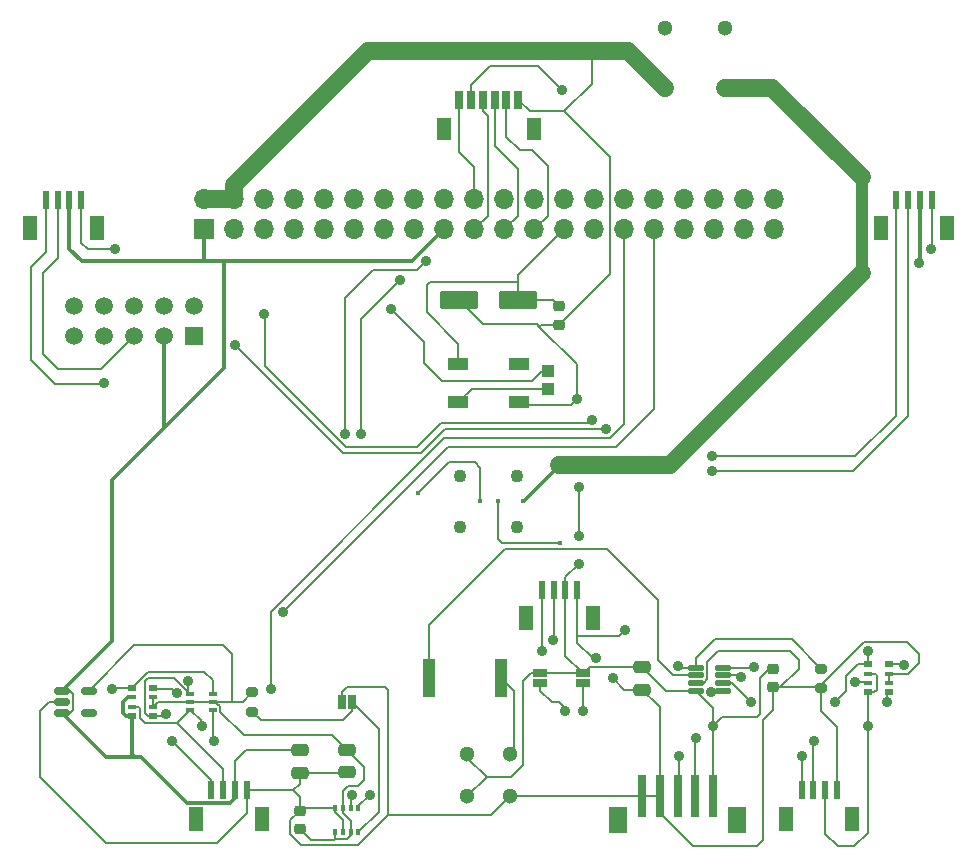
<source format=gbr>
%TF.GenerationSoftware,KiCad,Pcbnew,9.0.2*%
%TF.CreationDate,2025-09-25T16:22:03-05:00*%
%TF.ProjectId,dreamV1_0,64726561-6d56-4315-9f30-2e6b69636164,1*%
%TF.SameCoordinates,Original*%
%TF.FileFunction,Copper,L1,Top*%
%TF.FilePolarity,Positive*%
%FSLAX46Y46*%
G04 Gerber Fmt 4.6, Leading zero omitted, Abs format (unit mm)*
G04 Created by KiCad (PCBNEW 9.0.2) date 2025-09-25 16:22:03*
%MOMM*%
%LPD*%
G01*
G04 APERTURE LIST*
G04 Aperture macros list*
%AMRoundRect*
0 Rectangle with rounded corners*
0 $1 Rounding radius*
0 $2 $3 $4 $5 $6 $7 $8 $9 X,Y pos of 4 corners*
0 Add a 4 corners polygon primitive as box body*
4,1,4,$2,$3,$4,$5,$6,$7,$8,$9,$2,$3,0*
0 Add four circle primitives for the rounded corners*
1,1,$1+$1,$2,$3*
1,1,$1+$1,$4,$5*
1,1,$1+$1,$6,$7*
1,1,$1+$1,$8,$9*
0 Add four rect primitives between the rounded corners*
20,1,$1+$1,$2,$3,$4,$5,0*
20,1,$1+$1,$4,$5,$6,$7,0*
20,1,$1+$1,$6,$7,$8,$9,0*
20,1,$1+$1,$8,$9,$2,$3,0*%
G04 Aperture macros list end*
%TA.AperFunction,Conductor*%
%ADD10C,0.300000*%
%TD*%
%TA.AperFunction,SMDPad,CuDef*%
%ADD11R,0.700000X3.600000*%
%TD*%
%TA.AperFunction,SMDPad,CuDef*%
%ADD12R,1.500000X2.300000*%
%TD*%
%TA.AperFunction,SMDPad,CuDef*%
%ADD13R,1.270000X0.635000*%
%TD*%
%TA.AperFunction,SMDPad,CuDef*%
%ADD14RoundRect,0.150000X-0.512500X-0.150000X0.512500X-0.150000X0.512500X0.150000X-0.512500X0.150000X0*%
%TD*%
%TA.AperFunction,SMDPad,CuDef*%
%ADD15R,0.350000X0.500000*%
%TD*%
%TA.AperFunction,SMDPad,CuDef*%
%ADD16RoundRect,0.225000X0.250000X-0.225000X0.250000X0.225000X-0.250000X0.225000X-0.250000X-0.225000X0*%
%TD*%
%TA.AperFunction,SMDPad,CuDef*%
%ADD17R,0.600000X1.550000*%
%TD*%
%TA.AperFunction,SMDPad,CuDef*%
%ADD18R,1.200000X2.000000*%
%TD*%
%TA.AperFunction,SMDPad,CuDef*%
%ADD19RoundRect,0.200000X0.275000X-0.200000X0.275000X0.200000X-0.275000X0.200000X-0.275000X-0.200000X0*%
%TD*%
%TA.AperFunction,SMDPad,CuDef*%
%ADD20R,0.660400X1.549400*%
%TD*%
%TA.AperFunction,SMDPad,CuDef*%
%ADD21R,1.193800X1.854200*%
%TD*%
%TA.AperFunction,SMDPad,CuDef*%
%ADD22RoundRect,0.250000X-0.475000X0.250000X-0.475000X-0.250000X0.475000X-0.250000X0.475000X0.250000X0*%
%TD*%
%TA.AperFunction,SMDPad,CuDef*%
%ADD23RoundRect,0.100000X-0.225000X-0.100000X0.225000X-0.100000X0.225000X0.100000X-0.225000X0.100000X0*%
%TD*%
%TA.AperFunction,SMDPad,CuDef*%
%ADD24RoundRect,0.125000X-0.537500X-0.125000X0.537500X-0.125000X0.537500X0.125000X-0.537500X0.125000X0*%
%TD*%
%TA.AperFunction,SMDPad,CuDef*%
%ADD25R,0.800000X0.500000*%
%TD*%
%TA.AperFunction,SMDPad,CuDef*%
%ADD26R,0.800000X0.400000*%
%TD*%
%TA.AperFunction,ComponentPad*%
%ADD27R,1.508000X1.508000*%
%TD*%
%TA.AperFunction,ComponentPad*%
%ADD28C,1.508000*%
%TD*%
%TA.AperFunction,ComponentPad*%
%ADD29C,1.300000*%
%TD*%
%TA.AperFunction,SMDPad,CuDef*%
%ADD30R,0.635000X1.270000*%
%TD*%
%TA.AperFunction,SMDPad,CuDef*%
%ADD31R,1.651000X1.000000*%
%TD*%
%TA.AperFunction,SMDPad,CuDef*%
%ADD32R,1.020000X1.040000*%
%TD*%
%TA.AperFunction,SMDPad,CuDef*%
%ADD33R,1.070000X3.270000*%
%TD*%
%TA.AperFunction,SMDPad,CuDef*%
%ADD34RoundRect,0.225000X-0.250000X0.225000X-0.250000X-0.225000X0.250000X-0.225000X0.250000X0.225000X0*%
%TD*%
%TA.AperFunction,SMDPad,CuDef*%
%ADD35RoundRect,0.197500X-1.402500X-0.592500X1.402500X-0.592500X1.402500X0.592500X-1.402500X0.592500X0*%
%TD*%
%TA.AperFunction,ComponentPad*%
%ADD36R,1.700000X1.700000*%
%TD*%
%TA.AperFunction,ComponentPad*%
%ADD37O,1.700000X1.700000*%
%TD*%
%TA.AperFunction,ComponentPad*%
%ADD38C,1.100000*%
%TD*%
%TA.AperFunction,ViaPad*%
%ADD39C,0.900000*%
%TD*%
%TA.AperFunction,ViaPad*%
%ADD40C,0.400000*%
%TD*%
%TA.AperFunction,Conductor*%
%ADD41C,0.200000*%
%TD*%
%TA.AperFunction,Conductor*%
%ADD42C,0.150000*%
%TD*%
%TA.AperFunction,Conductor*%
%ADD43C,1.500000*%
%TD*%
%TA.AperFunction,Conductor*%
%ADD44C,1.000000*%
%TD*%
%TA.AperFunction,Conductor*%
%ADD45C,0.250000*%
%TD*%
G04 APERTURE END LIST*
D10*
%TO.N,+3V3*%
X-37465000Y13843000D02*
X-37465000Y6223000D01*
%TD*%
D11*
%TO.P,J3,1*%
%TO.N,+5V*%
X9000000Y-24950000D03*
%TO.P,J3,2*%
%TO.N,/GPIO27{slash}SDA3*%
X7500000Y-24950000D03*
%TO.P,J3,3*%
%TO.N,/GPIO22{slash}SCL3*%
X6000000Y-24950000D03*
%TO.P,J3,4*%
%TO.N,GND*%
X4500000Y-24950000D03*
%TO.P,J3,5*%
X3000000Y-24950000D03*
D12*
%TO.P,J3,Z1*%
%TO.N,N/C*%
X11050000Y-27000000D03*
%TO.P,J3,Z2*%
X950000Y-27000000D03*
%TD*%
D13*
%TO.P,JP3,1,A*%
%TO.N,/INA_ADD1*%
X-2000000Y-15406400D03*
%TO.P,JP3,2,B*%
%TO.N,+5V*%
X-2000000Y-14593600D03*
%TD*%
D14*
%TO.P,U1,1,VIN*%
%TO.N,+3V3*%
X-46137500Y-16050000D03*
%TO.P,U1,2,GND*%
%TO.N,GND*%
X-46137500Y-17000000D03*
%TO.P,U1,3,EN*%
%TO.N,+3V3*%
X-46137500Y-17950000D03*
%TO.P,U1,4,NC*%
%TO.N,unconnected-(U1-NC-Pad4)*%
X-43862500Y-17950000D03*
%TO.P,U1,5,VOUT*%
%TO.N,BME_3V3*%
X-43862500Y-16050000D03*
%TD*%
D15*
%TO.P,U2,1,GND*%
%TO.N,GND*%
X-22975000Y-25975000D03*
%TO.P,U2,2,CSB*%
%TO.N,BME_3V3*%
X-22325000Y-25975000D03*
%TO.P,U2,3,SDI*%
%TO.N,/BME_SDA*%
X-21675000Y-25975000D03*
%TO.P,U2,4,SCK*%
%TO.N,/BME_SCL*%
X-21025000Y-25975000D03*
%TO.P,U2,5,SDO*%
%TO.N,/BME_ADD*%
X-21025000Y-28025000D03*
%TO.P,U2,6,VDDIO*%
%TO.N,BME_3V3*%
X-21675000Y-28025000D03*
%TO.P,U2,7,GND*%
%TO.N,GND*%
X-22325000Y-28025000D03*
%TO.P,U2,8,VDD*%
%TO.N,BME_3V3*%
X-22975000Y-28025000D03*
%TD*%
D16*
%TO.P,C6,1*%
%TO.N,+5V*%
X-4000000Y14938950D03*
%TO.P,C6,2*%
%TO.N,GND*%
X-4000000Y16488950D03*
%TD*%
D17*
%TO.P,J4,1,Pin_1*%
%TO.N,GND*%
X19500000Y-24489000D03*
%TO.P,J4,2,Pin_2*%
%TO.N,+5V*%
X18500000Y-24489000D03*
%TO.P,J4,3,Pin_3*%
%TO.N,/GPIO27{slash}SDA3*%
X17500000Y-24489000D03*
%TO.P,J4,4,Pin_4*%
%TO.N,/GPIO22{slash}SCL3*%
X16500000Y-24489000D03*
D18*
%TO.P,J4,NC1,NC*%
%TO.N,unconnected-(J4-NC-PadNC1)*%
X20800000Y-26914000D03*
%TO.P,J4,NC2,NC*%
%TO.N,unconnected-(J4-NC-PadNC2)*%
X15200000Y-26914000D03*
%TD*%
D19*
%TO.P,R2,1*%
%TO.N,/BME_ADD*%
X-30000000Y-17825000D03*
%TO.P,R2,2*%
%TO.N,BME_3V3*%
X-30000000Y-16175000D03*
%TD*%
D20*
%TO.P,J7,1,1*%
%TO.N,+5V*%
X-7500000Y34000000D03*
%TO.P,J7,2,2*%
%TO.N,/GPIO11{slash}SPI0.SCLK*%
X-8500000Y34000000D03*
%TO.P,J7,3,3*%
%TO.N,/GPIO9{slash}SPI0.MISO*%
X-9500001Y34000000D03*
%TO.P,J7,4,4*%
%TO.N,/GPIO10{slash}SPI0.MOSI*%
X-10499999Y34000000D03*
%TO.P,J7,5,5*%
%TO.N,/GPIO8{slash}SPI0.CE0*%
X-11500000Y34000000D03*
%TO.P,J7,6,6*%
%TO.N,GND*%
X-12500000Y34000000D03*
D21*
%TO.P,J7,7*%
%TO.N,N/C*%
X-13800000Y31474986D03*
%TO.P,J7,8*%
X-6200000Y31474986D03*
%TD*%
D22*
%TO.P,C4,1*%
%TO.N,+5V*%
X3000000Y-14050000D03*
%TO.P,C4,2*%
%TO.N,GND*%
X3000000Y-15950000D03*
%TD*%
D23*
%TO.P,Q1,1,S*%
%TO.N,/BME_SCL*%
X-35253333Y-16350000D03*
%TO.P,Q1,2,G*%
%TO.N,BME_3V3*%
X-35253333Y-17000000D03*
%TO.P,Q1,3,D*%
%TO.N,/GPIO5{slash}SDA5*%
X-35253333Y-17650000D03*
%TO.P,Q1,4,S*%
%TO.N,/BME_SDA*%
X-33353333Y-17650000D03*
%TO.P,Q1,5,G*%
%TO.N,BME_3V3*%
X-33353333Y-17000000D03*
%TO.P,Q1,6,D*%
%TO.N,/GPIO6{slash}SCL5*%
X-33353333Y-16350000D03*
%TD*%
D24*
%TO.P,U3,1,IN+*%
%TO.N,/INA+*%
X7530000Y-14100000D03*
%TO.P,U3,2,IN-*%
%TO.N,Net-(U3-IN-)*%
X7530000Y-14750000D03*
%TO.P,U3,3,GND*%
%TO.N,GND*%
X7530000Y-15400000D03*
%TO.P,U3,4,VS*%
%TO.N,+5V*%
X7530000Y-16050000D03*
%TO.P,U3,5,SCL*%
%TO.N,/GPIO24{slash}SCL4*%
X9805000Y-16050000D03*
%TO.P,U3,6,SDA*%
%TO.N,/GPIO23{slash}SDA4*%
X9805000Y-15400000D03*
%TO.P,U3,7,A0*%
%TO.N,/INA_ADD0*%
X9805000Y-14750000D03*
%TO.P,U3,8,A1*%
%TO.N,/INA_ADD1*%
X9805000Y-14100000D03*
%TD*%
D17*
%TO.P,J2,1,Pin_1*%
%TO.N,GND*%
X-30500000Y-24489000D03*
%TO.P,J2,2,Pin_2*%
%TO.N,+3V3*%
X-31500000Y-24489000D03*
%TO.P,J2,3,Pin_3*%
%TO.N,/GPIO5{slash}SDA5*%
X-32500000Y-24489000D03*
%TO.P,J2,4,Pin_4*%
%TO.N,/GPIO6{slash}SCL5*%
X-33500000Y-24489000D03*
D18*
%TO.P,J2,NC1,NC*%
%TO.N,unconnected-(J2-NC-PadNC1)*%
X-29200000Y-26914000D03*
%TO.P,J2,NC2,NC*%
%TO.N,unconnected-(J2-NC-PadNC2)*%
X-34800000Y-26914000D03*
%TD*%
D25*
%TO.P,R5,1*%
%TO.N,/GPIO23{slash}SDA4*%
X22100000Y-13800000D03*
D26*
%TO.P,R5,2*%
%TO.N,+5V*%
X22100000Y-14600000D03*
%TO.P,R5,3*%
%TO.N,/GPIO24{slash}SCL4*%
X22100000Y-15400000D03*
D25*
%TO.P,R5,4*%
%TO.N,+5V*%
X22100000Y-16200000D03*
%TO.P,R5,5*%
%TO.N,/INA_ADD0*%
X23900000Y-16200000D03*
D26*
%TO.P,R5,6*%
%TO.N,GND*%
X23900000Y-15400000D03*
%TO.P,R5,7*%
X23900000Y-14600000D03*
D25*
%TO.P,R5,8*%
%TO.N,/INA_ADD1*%
X23900000Y-13800000D03*
%TD*%
D27*
%TO.P,J5,1,1*%
%TO.N,GND*%
X-34920000Y13980000D03*
D28*
%TO.P,J5,2,2*%
%TO.N,unconnected-(J5-Pad2)*%
X-34920000Y16520000D03*
%TO.P,J5,3,3*%
%TO.N,+3V3*%
X-37460000Y13980000D03*
%TO.P,J5,4,4*%
%TO.N,GND*%
X-37460000Y16520000D03*
%TO.P,J5,5,5*%
%TO.N,/GPIO14{slash}TXD0*%
X-40000000Y13980000D03*
%TO.P,J5,6,6*%
%TO.N,GND*%
X-40000000Y16520000D03*
%TO.P,J5,7,7*%
%TO.N,/GPIO15{slash}RXD0*%
X-42540000Y13980000D03*
%TO.P,J5,8,8*%
%TO.N,unconnected-(J5-Pad8)*%
X-42540000Y16520000D03*
%TO.P,J5,9,9*%
%TO.N,unconnected-(J5-Pad9)*%
X-45080000Y13980000D03*
%TO.P,J5,10,10*%
%TO.N,unconnected-(J5-Pad10)*%
X-45080000Y16520000D03*
%TD*%
D29*
%TO.P,S1,1,1*%
%TO.N,/5V_BUS_USB*%
X10000000Y35000000D03*
%TO.P,S1,2,2*%
%TO.N,unconnected-(S1-Pad2)*%
X10000000Y40080000D03*
%TO.P,S1,3,3*%
%TO.N,+5V*%
X4920000Y35000000D03*
%TO.P,S1,4,4*%
%TO.N,unconnected-(S1-Pad4)*%
X4920000Y40080000D03*
%TD*%
D30*
%TO.P,JP1,1,A*%
%TO.N,GND*%
X-22406400Y-17000000D03*
%TO.P,JP1,2,B*%
%TO.N,/BME_ADD*%
X-21593600Y-17000000D03*
%TD*%
D29*
%TO.P,IC1,1,HEATER_1*%
%TO.N,GND*%
X-8200000Y-25000000D03*
%TO.P,IC1,2,SENSOR_ELECTRODE_(-)*%
%TO.N,/INA+*%
X-8200000Y-21400000D03*
%TO.P,IC1,3,SENSOR_ELECTRODE_(+)*%
%TO.N,+5V*%
X-11800000Y-21400000D03*
%TO.P,IC1,4,HEATER_2*%
X-11800000Y-25000000D03*
%TD*%
D31*
%TO.P,D1,1,VDD*%
%TO.N,+5V*%
X-7423000Y8400000D03*
%TO.P,D1,2,DOUT*%
%TO.N,unconnected-(D1-DOUT-Pad2)*%
X-7423000Y11600000D03*
%TO.P,D1,3,VSS*%
%TO.N,GND*%
X-12577000Y11600000D03*
%TO.P,D1,4,DIN*%
%TO.N,Net-(D1-DIN)*%
X-12577000Y8400000D03*
%TD*%
D13*
%TO.P,JP2,1,A*%
%TO.N,/INA_ADD0*%
X-5613600Y-15406400D03*
%TO.P,JP2,2,B*%
%TO.N,+5V*%
X-5613600Y-14593600D03*
%TD*%
D17*
%TO.P,J9,1,Pin_1*%
%TO.N,GND*%
X27500000Y25511000D03*
%TO.P,J9,2,Pin_2*%
%TO.N,+3V3*%
X26500000Y25511000D03*
%TO.P,J9,3,Pin_3*%
%TO.N,/GPIO2{slash}SDA1*%
X25500000Y25511000D03*
%TO.P,J9,4,Pin_4*%
%TO.N,/GPIO3{slash}SCL1*%
X24500000Y25511000D03*
D18*
%TO.P,J9,NC1,NC*%
%TO.N,unconnected-(J9-NC-PadNC1)*%
X28800000Y23086000D03*
%TO.P,J9,NC2,NC*%
%TO.N,unconnected-(J9-NC-PadNC2)*%
X23200000Y23086000D03*
%TD*%
D25*
%TO.P,R1,1*%
%TO.N,/GPIO6{slash}SCL5*%
X-40226667Y-15800000D03*
D26*
%TO.P,R1,2*%
%TO.N,+3V3*%
X-40226667Y-16600000D03*
%TO.P,R1,3*%
%TO.N,/GPIO5{slash}SDA5*%
X-40226667Y-17400000D03*
D25*
%TO.P,R1,4*%
%TO.N,+3V3*%
X-40226667Y-18200000D03*
%TO.P,R1,5*%
%TO.N,/BME_SCL*%
X-38426667Y-18200000D03*
D26*
%TO.P,R1,6*%
%TO.N,BME_3V3*%
X-38426667Y-17400000D03*
%TO.P,R1,7*%
X-38426667Y-16600000D03*
D25*
%TO.P,R1,8*%
%TO.N,/BME_SDA*%
X-38426667Y-15800000D03*
%TD*%
D32*
%TO.P,R8,1*%
%TO.N,Net-(D1-DIN)*%
X-5000000Y9530000D03*
%TO.P,R8,2*%
%TO.N,/GPIO18{slash}PCM.CLK*%
X-5000000Y11000000D03*
%TD*%
D22*
%TO.P,C2,1*%
%TO.N,+3V3*%
X-26000000Y-21100000D03*
%TO.P,C2,2*%
%TO.N,GND*%
X-26000000Y-23000000D03*
%TD*%
%TO.P,C3,1*%
%TO.N,BME_3V3*%
X-22000000Y-21050000D03*
%TO.P,C3,2*%
%TO.N,GND*%
X-22000000Y-22950000D03*
%TD*%
D33*
%TO.P,R4,1*%
%TO.N,/INA+*%
X-8945000Y-15000000D03*
%TO.P,R4,2*%
%TO.N,Net-(U3-IN-)*%
X-15055000Y-15000000D03*
%TD*%
D34*
%TO.P,C5,1*%
%TO.N,+5V*%
X14085000Y-14225000D03*
%TO.P,C5,2*%
%TO.N,GND*%
X14085000Y-15775000D03*
%TD*%
D19*
%TO.P,R3,1*%
%TO.N,GND*%
X18182500Y-15825000D03*
%TO.P,R3,2*%
%TO.N,/INA+*%
X18182500Y-14175000D03*
%TD*%
D17*
%TO.P,J6,1,Pin_1*%
%TO.N,GND*%
X-44500000Y25511000D03*
%TO.P,J6,2,Pin_2*%
%TO.N,+3V3*%
X-45500000Y25511000D03*
%TO.P,J6,3,Pin_3*%
%TO.N,/GPIO14{slash}TXD0*%
X-46500000Y25511000D03*
%TO.P,J6,4,Pin_4*%
%TO.N,/GPIO15{slash}RXD0*%
X-47500000Y25511000D03*
D18*
%TO.P,J6,NC1,NC*%
%TO.N,unconnected-(J6-NC-PadNC1)*%
X-43200000Y23086000D03*
%TO.P,J6,NC2,NC*%
%TO.N,unconnected-(J6-NC-PadNC2)*%
X-48800000Y23086000D03*
%TD*%
D35*
%TO.P,C7,N*%
%TO.N,GND*%
X-7505000Y17000000D03*
%TO.P,C7,P*%
%TO.N,+5V*%
X-12495000Y17000000D03*
%TD*%
D16*
%TO.P,C1,1*%
%TO.N,BME_3V3*%
X-26000000Y-27775000D03*
%TO.P,C1,2*%
%TO.N,GND*%
X-26000000Y-26225000D03*
%TD*%
D17*
%TO.P,J8,1,Pin_1*%
%TO.N,GND*%
X-2500000Y-7489000D03*
%TO.P,J8,2,Pin_2*%
%TO.N,+5V*%
X-3500000Y-7489000D03*
%TO.P,J8,3,Pin_3*%
%TO.N,/GPIO23{slash}SDA4*%
X-4500000Y-7489000D03*
%TO.P,J8,4,Pin_4*%
%TO.N,/GPIO24{slash}SCL4*%
X-5500000Y-7489000D03*
D18*
%TO.P,J8,NC1,NC*%
%TO.N,unconnected-(J8-NC-PadNC1)*%
X-1200000Y-9914000D03*
%TO.P,J8,NC2,NC*%
%TO.N,unconnected-(J8-NC-PadNC2)*%
X-6800000Y-9914000D03*
%TD*%
D36*
%TO.P,J1,1,Pin_1*%
%TO.N,+3V3*%
X-34100000Y23000000D03*
D37*
%TO.P,J1,2,Pin_2*%
%TO.N,+5V*%
X-34100000Y25540000D03*
%TO.P,J1,3,Pin_3*%
%TO.N,/GPIO2{slash}SDA1*%
X-31560000Y23000000D03*
%TO.P,J1,4,Pin_4*%
%TO.N,+5V*%
X-31560000Y25540000D03*
%TO.P,J1,5,Pin_5*%
%TO.N,/GPIO3{slash}SCL1*%
X-29020000Y23000000D03*
%TO.P,J1,6,Pin_6*%
%TO.N,GND*%
X-29020000Y25540000D03*
%TO.P,J1,7,Pin_7*%
%TO.N,/GPIO4{slash}GPCLK0*%
X-26480000Y23000000D03*
%TO.P,J1,8,Pin_8*%
%TO.N,/GPIO14{slash}TXD0*%
X-26480000Y25540000D03*
%TO.P,J1,9,Pin_9*%
%TO.N,GND*%
X-23940000Y23000000D03*
%TO.P,J1,10,Pin_10*%
%TO.N,/GPIO15{slash}RXD0*%
X-23940000Y25540000D03*
%TO.P,J1,11,Pin_11*%
%TO.N,/GPIO17*%
X-21400000Y23000000D03*
%TO.P,J1,12,Pin_12*%
%TO.N,/GPIO18{slash}PCM.CLK*%
X-21400000Y25540000D03*
%TO.P,J1,13,Pin_13*%
%TO.N,/GPIO27{slash}SDA3*%
X-18860000Y23000000D03*
%TO.P,J1,14,Pin_14*%
%TO.N,GND*%
X-18860000Y25540000D03*
%TO.P,J1,15,Pin_15*%
%TO.N,/GPIO22{slash}SCL3*%
X-16320000Y23000000D03*
%TO.P,J1,16,Pin_16*%
%TO.N,/GPIO23{slash}SDA4*%
X-16320000Y25540000D03*
%TO.P,J1,17,Pin_17*%
%TO.N,+3V3*%
X-13780000Y23000000D03*
%TO.P,J1,18,Pin_18*%
%TO.N,/GPIO24{slash}SCL4*%
X-13780000Y25540000D03*
%TO.P,J1,19,Pin_19*%
%TO.N,/GPIO10{slash}SPI0.MOSI*%
X-11240000Y23000000D03*
%TO.P,J1,20,Pin_20*%
%TO.N,GND*%
X-11240000Y25540000D03*
%TO.P,J1,21,Pin_21*%
%TO.N,/GPIO9{slash}SPI0.MISO*%
X-8700000Y23000000D03*
%TO.P,J1,22,Pin_22*%
%TO.N,/GPIO25{slash}SDA6*%
X-8700000Y25540000D03*
%TO.P,J1,23,Pin_23*%
%TO.N,/GPIO11{slash}SPI0.SCLK*%
X-6160000Y23000000D03*
%TO.P,J1,24,Pin_24*%
%TO.N,/GPIO8{slash}SPI0.CE0*%
X-6160000Y25540000D03*
%TO.P,J1,25,Pin_25*%
%TO.N,GND*%
X-3620000Y23000000D03*
%TO.P,J1,26,Pin_26*%
%TO.N,/GPIO7{slash}SPI0.CE1*%
X-3620000Y25540000D03*
%TO.P,J1,27,Pin_27*%
%TO.N,/ID_SDA*%
X-1080000Y23000000D03*
%TO.P,J1,28,Pin_28*%
%TO.N,/ID_SCL*%
X-1080000Y25540000D03*
%TO.P,J1,29,Pin_29*%
%TO.N,/GPIO5{slash}SDA5*%
X1460000Y23000000D03*
%TO.P,J1,30,Pin_30*%
%TO.N,GND*%
X1460000Y25540000D03*
%TO.P,J1,31,Pin_31*%
%TO.N,/GPIO6{slash}SCL5*%
X4000000Y23000000D03*
%TO.P,J1,32,Pin_32*%
%TO.N,/GPIO12{slash}PWM0*%
X4000000Y25540000D03*
%TO.P,J1,33,Pin_33*%
%TO.N,/GPIO13{slash}PWM1*%
X6540000Y23000000D03*
%TO.P,J1,34,Pin_34*%
%TO.N,GND*%
X6540000Y25540000D03*
%TO.P,J1,35,Pin_35*%
%TO.N,/GPIO19{slash}PCM.FS*%
X9080000Y23000000D03*
%TO.P,J1,36,Pin_36*%
%TO.N,/GPIO16*%
X9080000Y25540000D03*
%TO.P,J1,37,Pin_37*%
%TO.N,/GPIO26{slash}SCL6*%
X11620000Y23000000D03*
%TO.P,J1,38,Pin_38*%
%TO.N,/GPIO20{slash}PCM.DIN*%
X11620000Y25540000D03*
%TO.P,J1,39,Pin_39*%
%TO.N,GND*%
X14160000Y23000000D03*
%TO.P,J1,40,Pin_40*%
%TO.N,/GPIO21{slash}PCM.DOUT*%
X14160000Y25540000D03*
%TD*%
D38*
%TO.P,J11,7,SHIELD__6*%
%TO.N,GND*%
X-7600000Y2150000D03*
%TO.P,J11,8,SHIELD__7*%
X-12400000Y2150000D03*
%TO.P,J11,9,SHIELD__8*%
X-7600000Y-2150000D03*
%TO.P,J11,10,SHIELD__9*%
X-12400000Y-2150000D03*
%TD*%
D39*
%TO.N,GND*%
X1524000Y-10922000D03*
X-41656000Y21336000D03*
X27432000Y21336000D03*
X-889000Y-13300000D03*
X508000Y-14986000D03*
%TO.N,/GPIO2{slash}SDA1*%
X-22331Y6118331D03*
X-31496000Y13208000D03*
X8890000Y2540000D03*
%TO.N,/GPIO3{slash}SCL1*%
X-29020000Y15812000D03*
X-1270000Y6846000D03*
X8890000Y3810000D03*
%TO.N,/GPIO15{slash}RXD0*%
X-42540000Y10038000D03*
%TO.N,/GPIO18{slash}PCM.CLK*%
X-18288000Y16256000D03*
%TO.N,/GPIO22{slash}SCL3*%
X6096000Y-21590000D03*
X16560800Y-21590000D03*
%TO.N,/GPIO5{slash}SDA5*%
X-34290000Y-19050000D03*
X-28448000Y-15875000D03*
%TO.N,/GPIO24{slash}SCL4*%
X-22148800Y5715000D03*
X20980400Y-15341600D03*
X-15290800Y20320000D03*
X-5500000Y-12686400D03*
X8842499Y-16173110D03*
%TO.N,/GPIO27{slash}SDA3*%
X7518400Y-20066000D03*
X17526000Y-20320000D03*
%TO.N,/GPIO23{slash}SDA4*%
X19304000Y-17030000D03*
X12204000Y-17030000D03*
X-17475200Y18745200D03*
X-4572000Y-11799000D03*
X-20828000Y5715000D03*
X22113981Y-12688000D03*
%TO.N,/GPIO8{slash}SPI0.CE0*%
X-3810000Y34798000D03*
%TO.N,/GPIO6{slash}SCL5*%
X-27432000Y-9398000D03*
X-36830000Y-20320000D03*
X-41910000Y-15875000D03*
%TO.N,+5V*%
X-2336800Y-2946400D03*
X-2387600Y1219200D03*
X-2540000Y8636000D03*
X22100000Y-19050000D03*
X-2387600Y-5283200D03*
X9000000Y-19050000D03*
%TO.N,+3V3*%
X26466800Y20167600D03*
%TO.N,/BME_SCL*%
X-37338000Y-18046000D03*
X-20066000Y-24892000D03*
X-35458400Y-15189200D03*
%TO.N,/BME_SDA*%
X-21575000Y-24892000D03*
X-33274000Y-20320000D03*
X-36413992Y-16250000D03*
%TO.N,/INA+*%
X5994400Y-14000000D03*
%TO.N,/INA_ADD0*%
X-3556000Y-17780000D03*
X23726669Y-17030000D03*
X11368027Y-14850000D03*
%TO.N,/INA_ADD1*%
X12446000Y-14071600D03*
X-1981200Y-17780000D03*
X25146000Y-13850000D03*
D40*
%TO.N,/5V_BUS_USB*%
X-7113024Y4998D03*
%TO.N,Net-(J11-CC1)*%
X-3962400Y-3505200D03*
X-9245600Y0D03*
%TO.N,Net-(J11-CC2)*%
X-10718800Y0D03*
X-15951200Y711200D03*
%TD*%
D41*
%TO.N,GND*%
X-26000000Y-25054000D02*
X-26565000Y-24489000D01*
X-15240000Y16002000D02*
X-15240000Y18288000D01*
X-1178000Y-13300000D02*
X-2500000Y-11978000D01*
X27500000Y21404000D02*
X27432000Y21336000D01*
X25400000Y-11938000D02*
X21780500Y-11938000D01*
X3000000Y-15950000D02*
X4320000Y-17270000D01*
X-2500000Y-11978000D02*
X-2500000Y-11430000D01*
X-15240000Y18288000D02*
X-14986000Y18542000D01*
X21780500Y-11938000D02*
X18182500Y-15536000D01*
X13208000Y-18542000D02*
X14085000Y-17665000D01*
X3000000Y-24950000D02*
X4500000Y-24950000D01*
X-30500000Y-26436000D02*
X-33020000Y-28956000D01*
X-22406400Y-17000000D02*
X-22406400Y-16165000D01*
X-26000000Y-23924000D02*
X-26000000Y-23000000D01*
X-30500000Y-24489000D02*
X-30500000Y-26436000D01*
X-48006000Y-17780000D02*
X-47226000Y-17000000D01*
X-7505000Y18415000D02*
X-7505000Y17000000D01*
X1524000Y-10922000D02*
X1016000Y-11430000D01*
X2950000Y-25000000D02*
X3000000Y-24950000D01*
X-9769000Y-26569000D02*
X-18542000Y-26569000D01*
X-21989400Y-15748000D02*
X-18796000Y-15748000D01*
X26416000Y-13716000D02*
X26416000Y-12954000D01*
X-3620000Y23000000D02*
X-7505000Y19115000D01*
X-22975000Y-26352000D02*
X-22975000Y-25975000D01*
X-26565000Y-24489000D02*
X-26000000Y-23924000D01*
X-8200000Y-25000000D02*
X-9769000Y-26569000D01*
X4500000Y-24950000D02*
X4500000Y-17450000D01*
X16256000Y-13462000D02*
X15494000Y-12700000D01*
X-2500000Y-11430000D02*
X-2500000Y-7489000D01*
X4500000Y-26400000D02*
X7310000Y-29210000D01*
X15494000Y-12700000D02*
X9398000Y-12700000D01*
X27500000Y25511000D02*
X27500000Y21404000D01*
X23900000Y-15400000D02*
X23900000Y-14600000D01*
X-41656000Y21336000D02*
X-43942000Y21336000D01*
X-26000000Y-26225000D02*
X-26000000Y-25054000D01*
X13208000Y-28702000D02*
X13208000Y-18542000D01*
X-22050000Y-23000000D02*
X-22000000Y-22950000D01*
X26416000Y-12954000D02*
X25400000Y-11938000D01*
X8192499Y-15400000D02*
X7530000Y-15400000D01*
X3000000Y-15950000D02*
X1472000Y-15950000D01*
X-8200000Y-25000000D02*
X2950000Y-25000000D01*
X9398000Y-12700000D02*
X8493500Y-13604500D01*
X-7505000Y17000000D02*
X-4511050Y17000000D01*
X-12577000Y11600000D02*
X-12577000Y13339000D01*
X-22975000Y-25975000D02*
X-25750000Y-25975000D01*
X-44500000Y21894000D02*
X-44500000Y25511000D01*
X-22325000Y-27002000D02*
X-22975000Y-26352000D01*
X-42418000Y-28956000D02*
X-48006000Y-23368000D01*
X-26776000Y-27001000D02*
X-26000000Y-26225000D01*
X4500000Y-24950000D02*
X4500000Y-26400000D01*
X-22406400Y-16165000D02*
X-21989400Y-15748000D01*
X-19685000Y-15748000D02*
X-18796000Y-15748000D01*
X1472000Y-15950000D02*
X508000Y-14986000D01*
X18182500Y-15825000D02*
X17857000Y-15825000D01*
X14705000Y-15775000D02*
X16256000Y-14224000D01*
X14085000Y-17665000D02*
X14085000Y-15775000D01*
X-43942000Y21336000D02*
X-44500000Y21894000D01*
X-11240000Y25540000D02*
X-11240000Y28258000D01*
X19500000Y-24489000D02*
X19500000Y-19097500D01*
X7310000Y-29210000D02*
X12700000Y-29210000D01*
X23900000Y-14600000D02*
X25532000Y-14600000D01*
X-12577000Y13339000D02*
X-15240000Y16002000D01*
X-21076000Y-29103000D02*
X-25897110Y-29103000D01*
X-26776000Y-28224110D02*
X-26776000Y-27001000D01*
X-889000Y-13300000D02*
X-1178000Y-13300000D01*
X25532000Y-14600000D02*
X26416000Y-13716000D01*
X4500000Y-17450000D02*
X4320000Y-17270000D01*
X-25750000Y-25975000D02*
X-26000000Y-26225000D01*
X-14986000Y18542000D02*
X-7632000Y18542000D01*
X-26565000Y-24489000D02*
X-27489000Y-24489000D01*
X17857000Y-15825000D02*
X17807000Y-15775000D01*
X-47226000Y-17000000D02*
X-46137500Y-17000000D01*
X16256000Y-14224000D02*
X16256000Y-13462000D01*
X-30500000Y-24489000D02*
X-27489000Y-24489000D01*
X18182500Y-17780000D02*
X18182500Y-15825000D01*
X12700000Y-29210000D02*
X13208000Y-28702000D01*
X-12500000Y29518000D02*
X-12500000Y34000000D01*
X-48006000Y-23368000D02*
X-48006000Y-17780000D01*
X-18542000Y-26569000D02*
X-21076000Y-29103000D01*
X-18542000Y-16002000D02*
X-18542000Y-26569000D01*
X8493500Y-13604500D02*
X8493500Y-15098999D01*
X8493500Y-15098999D02*
X8192499Y-15400000D01*
X-22325000Y-28025000D02*
X-22325000Y-27002000D01*
X-7632000Y18542000D02*
X-7505000Y18415000D01*
X-26000000Y-23000000D02*
X-22050000Y-23000000D01*
X17807000Y-15775000D02*
X14085000Y-15775000D01*
X-25897110Y-29103000D02*
X-26776000Y-28224110D01*
X19500000Y-19097500D02*
X18182500Y-17780000D01*
X-18796000Y-15748000D02*
X-18542000Y-16002000D01*
X1016000Y-11430000D02*
X-2500000Y-11430000D01*
X-11240000Y28258000D02*
X-12500000Y29518000D01*
X-4511050Y17000000D02*
X-4000000Y16488950D01*
X-7505000Y19115000D02*
X-7505000Y18415000D01*
X18182500Y-15536000D02*
X18182500Y-15825000D01*
X-33020000Y-28956000D02*
X-42418000Y-28956000D01*
X14085000Y-15775000D02*
X14705000Y-15775000D01*
%TO.N,/GPIO2{slash}SDA1*%
X-22352000Y4064000D02*
X-15748000Y4064000D01*
X-31496000Y13208000D02*
X-22352000Y4064000D01*
X-15748000Y4064000D02*
X-13716000Y6096000D01*
X20828000Y2540000D02*
X25500000Y7212000D01*
X0Y6096000D02*
X-22331Y6118331D01*
X25500000Y7212000D02*
X25500000Y25511000D01*
X8890000Y2540000D02*
X20828000Y2540000D01*
X-13716000Y6096000D02*
X0Y6096000D01*
%TO.N,/GPIO3{slash}SCL1*%
X-13999550Y6604000D02*
X-1270000Y6604000D01*
X-16031550Y4572000D02*
X-13999550Y6604000D01*
X-28956000Y11430000D02*
X-22098000Y4572000D01*
X-28956000Y15748000D02*
X-28956000Y11430000D01*
X-1270000Y6604000D02*
X-1270000Y6846000D01*
X21060000Y3810000D02*
X24500000Y7250000D01*
X24500000Y7250000D02*
X24500000Y25511000D01*
X-29020000Y15812000D02*
X-28956000Y15748000D01*
X8890000Y3810000D02*
X21060000Y3810000D01*
X-22098000Y4572000D02*
X-16031550Y4572000D01*
%TO.N,/GPIO14{slash}TXD0*%
X-47752000Y12446000D02*
X-46482000Y11176000D01*
X-47752000Y19304000D02*
X-47752000Y12446000D01*
X-46500000Y25511000D02*
X-46500000Y20556000D01*
X-46482000Y11176000D02*
X-42804000Y11176000D01*
X-42804000Y11176000D02*
X-40000000Y13980000D01*
X-46500000Y20556000D02*
X-47752000Y19304000D01*
%TO.N,/GPIO15{slash}RXD0*%
X-48768000Y19812000D02*
X-47500000Y21080000D01*
X-47500000Y21080000D02*
X-47500000Y25511000D01*
X-46736000Y9906000D02*
X-48768000Y11938000D01*
X-48768000Y11938000D02*
X-48768000Y19812000D01*
X-42540000Y10038000D02*
X-42672000Y9906000D01*
X-42672000Y9906000D02*
X-46736000Y9906000D01*
%TO.N,/GPIO18{slash}PCM.CLK*%
X-15494000Y11684000D02*
X-15494000Y13462000D01*
X-6350000Y10160000D02*
X-13970000Y10160000D01*
X-15494000Y13462000D02*
X-18288000Y16256000D01*
X-5000000Y11000000D02*
X-5510000Y11000000D01*
X-13970000Y10160000D02*
X-15494000Y11684000D01*
X-5510000Y11000000D02*
X-6350000Y10160000D01*
%TO.N,BME_3V3*%
X-31750000Y-17000000D02*
X-30825000Y-17000000D01*
X-32727333Y-17381130D02*
X-32959463Y-17149000D01*
X-22975000Y-28563000D02*
X-23114000Y-28702000D01*
X-21886075Y-24141000D02*
X-21093000Y-24141000D01*
X-22325000Y-26423000D02*
X-22325000Y-25975000D01*
X-21675000Y-28279000D02*
X-21675000Y-28025000D01*
X-31750000Y-17000000D02*
X-31750000Y-12954000D01*
X-21093000Y-24141000D02*
X-20574000Y-23622000D01*
X-22000000Y-21050000D02*
X-23238000Y-19812000D01*
X-22325000Y-25204075D02*
X-22326000Y-25203075D01*
X-38026667Y-17000000D02*
X-35253333Y-17000000D01*
X-30734000Y-19812000D02*
X-32727333Y-17818667D01*
X-22326000Y-24580925D02*
X-21886075Y-24141000D01*
X-32727333Y-17818667D02*
X-32727333Y-17381130D01*
X-31750000Y-12954000D02*
X-32512000Y-12192000D01*
X-20574000Y-23622000D02*
X-20574000Y-22476000D01*
X-40004500Y-12192000D02*
X-43862500Y-16050000D01*
X-35253333Y-17000000D02*
X-33353333Y-17000000D01*
X-23238000Y-19812000D02*
X-30734000Y-19812000D01*
X-22975000Y-28025000D02*
X-22975000Y-28563000D01*
X-22326000Y-25203075D02*
X-22326000Y-24580925D01*
X-32512000Y-12192000D02*
X-40004500Y-12192000D01*
X-23114000Y-28702000D02*
X-25073000Y-28702000D01*
X-38426667Y-17400000D02*
X-38026667Y-17000000D01*
X-22975000Y-28563000D02*
X-22962000Y-28576000D01*
X-20574000Y-22476000D02*
X-22000000Y-21050000D01*
X-21675000Y-27073000D02*
X-22325000Y-26423000D01*
X-22962000Y-28576000D02*
X-21972000Y-28576000D01*
X-25073000Y-28702000D02*
X-26000000Y-27775000D01*
X-38426667Y-17400000D02*
X-38426667Y-16600000D01*
X-22325000Y-25975000D02*
X-22325000Y-25204075D01*
X-33353333Y-17000000D02*
X-31750000Y-17000000D01*
X-30825000Y-17000000D02*
X-30000000Y-16175000D01*
X-21675000Y-28025000D02*
X-21675000Y-27073000D01*
X-21972000Y-28576000D02*
X-21675000Y-28279000D01*
%TO.N,/GPIO22{slash}SCL3*%
X16500000Y-24489000D02*
X16500000Y-21650800D01*
X6096000Y-24854000D02*
X6000000Y-24950000D01*
X6096000Y-21590000D02*
X6096000Y-24854000D01*
X16500000Y-21650800D02*
X16560800Y-21590000D01*
%TO.N,/GPIO5{slash}SDA5*%
X1460000Y6540000D02*
X254000Y5334000D01*
X-35253333Y-17650000D02*
X-36399333Y-18796000D01*
X1460000Y23000000D02*
X1460000Y6540000D01*
X1524000Y22936000D02*
X1460000Y23000000D01*
X-32500000Y-24489000D02*
X-32500000Y-22695333D01*
D42*
X-39550667Y-17526000D02*
X-39676667Y-17400000D01*
D41*
X-28448000Y-9351925D02*
X-28448000Y-15875000D01*
X-36399333Y-18796000D02*
X-39082667Y-18796000D01*
D42*
X-39676667Y-17400000D02*
X-40226667Y-17400000D01*
D41*
X-34290000Y-18613333D02*
X-35253333Y-17650000D01*
D42*
X-39550667Y-18328001D02*
X-39550667Y-17526000D01*
D41*
X-34290000Y-19050000D02*
X-34290000Y-18613333D01*
D42*
X-39082667Y-18796000D02*
X-39550667Y-18328001D01*
D41*
X-32500000Y-22695333D02*
X-36399333Y-18796000D01*
X-13762075Y5334000D02*
X-28448000Y-9351925D01*
X254000Y5334000D02*
X-13762075Y5334000D01*
%TO.N,/GPIO24{slash}SCL4*%
X-16052800Y19558000D02*
X-15290800Y20320000D01*
X-19812000Y19558000D02*
X-16052800Y19558000D01*
X-5500000Y-12686400D02*
X-5500000Y-7489000D01*
X22041600Y-15341600D02*
X22100000Y-15400000D01*
X-22148800Y17221200D02*
X-19812000Y19558000D01*
X8965609Y-16050000D02*
X8842499Y-16173110D01*
X9805000Y-16050000D02*
X8965609Y-16050000D01*
X20980400Y-15341600D02*
X22041600Y-15341600D01*
X-22148800Y5715000D02*
X-22148800Y17221200D01*
%TO.N,/GPIO27{slash}SDA3*%
X7500000Y-20084400D02*
X7518400Y-20066000D01*
X17500000Y-24489000D02*
X17500000Y-20346000D01*
X17500000Y-20346000D02*
X17526000Y-20320000D01*
X7500000Y-24950000D02*
X7500000Y-20084400D01*
X17526000Y-20320000D02*
X17322800Y-20523200D01*
%TO.N,/GPIO10{slash}SPI0.MOSI*%
X-10499999Y33025300D02*
X-10499999Y34000000D01*
X-11240000Y23000000D02*
X-10089000Y24151000D01*
X-10089000Y24151000D02*
X-10089000Y32614301D01*
X-10089000Y32614301D02*
X-10499999Y33025300D01*
%TO.N,/GPIO9{slash}SPI0.MISO*%
X-9500001Y30074001D02*
X-9500001Y34000000D01*
X-8700000Y23000000D02*
X-7549000Y24151000D01*
X-7549000Y24151000D02*
X-7549000Y28123000D01*
X-7549000Y28123000D02*
X-9500001Y30074001D01*
%TO.N,/GPIO23{slash}SDA4*%
X21252000Y-13800000D02*
X22100000Y-13800000D01*
X22100000Y-12701981D02*
X22113981Y-12688000D01*
X20229400Y-14822600D02*
X20229400Y-16104600D01*
X20229400Y-16104600D02*
X19304000Y-17030000D01*
X10574000Y-15400000D02*
X12204000Y-17030000D01*
X9805000Y-15400000D02*
X10574000Y-15400000D01*
X22100000Y-13800000D02*
X22100000Y-12701981D01*
X20229400Y-14822600D02*
X21252000Y-13800000D01*
X-4500000Y-11727000D02*
X-4500000Y-7489000D01*
X-4572000Y-11799000D02*
X-4500000Y-11727000D01*
X-20828000Y5715000D02*
X-20828000Y15392400D01*
X-20828000Y15392400D02*
X-17475200Y18745200D01*
%TO.N,/GPIO11{slash}SPI0.SCLK*%
X-5009000Y28377000D02*
X-6350000Y29718000D01*
X-7366000Y29718000D02*
X-8500000Y30852000D01*
X-6350000Y29718000D02*
X-7366000Y29718000D01*
X-6160000Y23000000D02*
X-5009000Y24151000D01*
X-5009000Y24151000D02*
X-5009000Y28377000D01*
X-8500000Y30852000D02*
X-8500000Y34000000D01*
%TO.N,/GPIO8{slash}SPI0.CE0*%
X-3810000Y34798000D02*
X-5842000Y36830000D01*
X-9906000Y36830000D02*
X-11500000Y35236000D01*
X-5842000Y36830000D02*
X-9906000Y36830000D01*
X-11500000Y35236000D02*
X-11500000Y34000000D01*
%TO.N,/GPIO6{slash}SCL5*%
X-33500000Y-23650000D02*
X-36830000Y-20320000D01*
X762000Y4572000D02*
X-13462000Y4572000D01*
X-13462000Y4572000D02*
X-27432000Y-9398000D01*
X-40226667Y-15800000D02*
X-41835000Y-15800000D01*
X-33500000Y-24489000D02*
X-33500000Y-23650000D01*
X4000000Y23000000D02*
X4000000Y7810000D01*
X-34075800Y-14438200D02*
X-38864867Y-14438200D01*
X-41835000Y-15800000D02*
X-41910000Y-15875000D01*
X-33353333Y-15160667D02*
X-34075800Y-14438200D01*
X-38864867Y-14438200D02*
X-40226667Y-15800000D01*
X-33353333Y-16350000D02*
X-33353333Y-15160667D01*
X4000000Y7810000D02*
X762000Y4572000D01*
%TO.N,+5V*%
X-4000000Y14938950D02*
X254000Y19192950D01*
D43*
X-31560000Y26742081D02*
X-31560000Y25540000D01*
X-1270000Y38100000D02*
X-20202081Y38100000D01*
X4920000Y35000000D02*
X1820000Y38100000D01*
D41*
X19558000Y-29210000D02*
X20957500Y-29210000D01*
X-3500000Y-7489000D02*
X-3500000Y-6395600D01*
X-5613600Y-14593600D02*
X-6448600Y-14593600D01*
X22100000Y-19050000D02*
X22100000Y-16200000D01*
X-10160000Y-23368000D02*
X-11800000Y-21728000D01*
X9000000Y-17520000D02*
X7530000Y-16050000D01*
X254000Y19192950D02*
X254000Y29159314D01*
X9000000Y-24950000D02*
X9000000Y-19050000D01*
X20957500Y-29210000D02*
X22100000Y-28067500D01*
X-11800000Y-21728000D02*
X-11800000Y-21400000D01*
X9000000Y-19050000D02*
X9000000Y-18415000D01*
X-1456400Y-14050000D02*
X-2000000Y-14593600D01*
X22662000Y-16200000D02*
X22860000Y-16002000D01*
X7530000Y-16050000D02*
X5000000Y-16050000D01*
X-10168000Y-23368000D02*
X-11800000Y-25000000D01*
X-7112000Y-22352000D02*
X-8128000Y-23368000D01*
X254000Y29159314D02*
X-3606686Y33020000D01*
X9762000Y-18288000D02*
X9000000Y-19050000D01*
X-3606686Y33020000D02*
X-6520000Y33020000D01*
X-2000000Y-14593600D02*
X-3500000Y-13093600D01*
X-10481000Y14986000D02*
X-5927050Y14986000D01*
X-2540000Y8636000D02*
X-2540000Y11598950D01*
X22100000Y-16200000D02*
X22662000Y-16200000D01*
X-7112000Y-15257000D02*
X-7112000Y-22352000D01*
X-5550000Y14938950D02*
X-4000000Y14938950D01*
X22860000Y-16002000D02*
X22860000Y-14760000D01*
X-7151000Y8128000D02*
X-7423000Y8400000D01*
D43*
X-20202081Y38100000D02*
X-31560000Y26742081D01*
D41*
X22700000Y-14600000D02*
X22100000Y-14600000D01*
X14085000Y-14225000D02*
X13715000Y-14225000D01*
X-3048000Y8128000D02*
X-7151000Y8128000D01*
X-3500000Y-13093600D02*
X-3500000Y-7489000D01*
X-5927050Y14986000D02*
X-5715000Y14773950D01*
X-2336800Y-2946400D02*
X-2336800Y1168400D01*
X-9832000Y-23368000D02*
X-10160000Y-23368000D01*
X13715000Y-14225000D02*
X12954000Y-14986000D01*
X18500000Y-24489000D02*
X18500000Y-28152000D01*
X-6448600Y-14593600D02*
X-7112000Y-15257000D01*
X-8128000Y-23368000D02*
X-9832000Y-23368000D01*
X3000000Y-14050000D02*
X-1456400Y-14050000D01*
X-9832000Y-23368000D02*
X-10168000Y-23368000D01*
X-12495000Y17000000D02*
X-10481000Y14986000D01*
X-2540000Y11598950D02*
X-5715000Y14773950D01*
X-1270000Y35356686D02*
X-3606686Y33020000D01*
X22860000Y-14760000D02*
X22700000Y-14600000D01*
X-6520000Y33020000D02*
X-7500000Y34000000D01*
X-2540000Y8636000D02*
X-3048000Y8128000D01*
X-5715000Y14773950D02*
X-5550000Y14938950D01*
X18500000Y-28152000D02*
X19558000Y-29210000D01*
D43*
X1820000Y38100000D02*
X-1270000Y38100000D01*
D41*
X-3500000Y-6395600D02*
X-2387600Y-5283200D01*
X9000000Y-18415000D02*
X9000000Y-17520000D01*
X12700000Y-18288000D02*
X9762000Y-18288000D01*
D43*
X-31560000Y25540000D02*
X-34100000Y25540000D01*
D41*
X-2336800Y1168400D02*
X-2387600Y1219200D01*
X-1270000Y38100000D02*
X-1270000Y35356686D01*
X22100000Y-28067500D02*
X22100000Y-19050000D01*
X12954000Y-14986000D02*
X12954000Y-18034000D01*
X5000000Y-16050000D02*
X3000000Y-14050000D01*
X-5613600Y-14593600D02*
X-2000000Y-14593600D01*
X12954000Y-18034000D02*
X12700000Y-18288000D01*
D10*
%TO.N,+3V3*%
X-40977667Y-17950333D02*
X-40977667Y-17027667D01*
X-40226667Y-21431833D02*
X-40005000Y-21653500D01*
X-31420000Y20320000D02*
X-34290000Y20320000D01*
D41*
X-34100000Y20510000D02*
X-34290000Y20320000D01*
D10*
X-34100000Y23000000D02*
X-34100000Y20510000D01*
D41*
X-45475001Y-17950000D02*
X-45174000Y-17648999D01*
D10*
X-42434000Y-21653500D02*
X-46137500Y-17950000D01*
X-34290000Y20320000D02*
X-44450000Y20320000D01*
X-39433500Y-21653500D02*
X-40005000Y-21653500D01*
X-32385000Y20320000D02*
X-31420000Y20320000D01*
X-41910000Y1778000D02*
X-32385000Y11303000D01*
X-16460000Y20320000D02*
X-31420000Y20320000D01*
X-45500000Y21370000D02*
X-45500000Y25511000D01*
D41*
X-31500000Y-24489000D02*
X-31500000Y-25166000D01*
X-45174000Y-16351001D02*
X-45475001Y-16050000D01*
D10*
X-41910000Y-11822500D02*
X-41910000Y1778000D01*
X-39433500Y-21653500D02*
X-42434000Y-21653500D01*
D41*
X-31500000Y-24489000D02*
X-31500000Y-23514000D01*
D10*
X-40226667Y-18200000D02*
X-40226667Y-21431833D01*
D41*
X-30558638Y-21100000D02*
X-26000000Y-21100000D01*
D10*
X-32385000Y11303000D02*
X-32385000Y20320000D01*
X-16460000Y20320000D02*
X-13780000Y23000000D01*
X-35021638Y-25563000D02*
X-35524000Y-25563000D01*
X-40728000Y-18200000D02*
X-40977667Y-17950333D01*
D41*
X-46137500Y-17950000D02*
X-45475001Y-17950000D01*
D10*
X-40977667Y-17027667D02*
X-40550000Y-16600000D01*
X-31899000Y-25565000D02*
X-35522000Y-25565000D01*
D41*
X-45475001Y-16050000D02*
X-46137500Y-16050000D01*
D10*
X26466800Y20167600D02*
X26500000Y20200800D01*
X-31500000Y-25166000D02*
X-31899000Y-25565000D01*
X-35524000Y-25563000D02*
X-39433500Y-21653500D01*
D41*
X-45174000Y-17648999D02*
X-45174000Y-16351001D01*
D10*
X-40550000Y-16600000D02*
X-40226667Y-16600000D01*
X-44450000Y20320000D02*
X-45500000Y21370000D01*
D41*
X-35522000Y-25565000D02*
X-35524000Y-25563000D01*
X-31500000Y-22041362D02*
X-31500000Y-23514000D01*
D10*
X-40226667Y-18200000D02*
X-40728000Y-18200000D01*
X-46137500Y-16050000D02*
X-41910000Y-11822500D01*
D41*
X-31500000Y-22041362D02*
X-30558638Y-21100000D01*
D10*
X26500000Y20200800D02*
X26500000Y25511000D01*
D41*
%TO.N,/BME_ADD*%
X-29283000Y-18542000D02*
X-22352000Y-18542000D01*
X-21025000Y-28025000D02*
X-19304000Y-26304000D01*
X-30000000Y-17825000D02*
X-29283000Y-18542000D01*
X-19304000Y-26304000D02*
X-19304000Y-19289600D01*
X-19304000Y-19289600D02*
X-21593600Y-17000000D01*
X-22352000Y-18542000D02*
X-21593600Y-17783600D01*
X-21593600Y-17783600D02*
X-21593600Y-17000000D01*
%TO.N,/BME_SCL*%
X-35458400Y-16144933D02*
X-35253333Y-16350000D01*
X-38845567Y-14986000D02*
X-39127667Y-15268100D01*
X-37338000Y-18046000D02*
X-37492000Y-18200000D01*
X-39127667Y-15268100D02*
X-39127667Y-17901000D01*
X-21025000Y-25851000D02*
X-20066000Y-24892000D01*
X-35458400Y-15189200D02*
X-35458400Y-16144933D01*
X-36617333Y-14986000D02*
X-38845567Y-14986000D01*
X-38828667Y-18200000D02*
X-38426667Y-18200000D01*
X-35253333Y-16350000D02*
X-36617333Y-14986000D01*
X-37492000Y-18200000D02*
X-38426667Y-18200000D01*
X-39127667Y-17901000D02*
X-38828667Y-18200000D01*
X-21025000Y-25975000D02*
X-21025000Y-25851000D01*
%TO.N,/BME_SDA*%
X-33274000Y-20320000D02*
X-33324800Y-20269200D01*
X-38351667Y-15875000D02*
X-38426667Y-15800000D01*
X-21675000Y-24992000D02*
X-21575000Y-24892000D01*
X-33324800Y-20269200D02*
X-33324800Y-17678533D01*
X-21675000Y-25975000D02*
X-21675000Y-24992000D01*
X-36788992Y-15875000D02*
X-38351667Y-15875000D01*
X-33324800Y-17678533D02*
X-33353333Y-17650000D01*
X-36413992Y-16250000D02*
X-36788992Y-15875000D01*
%TO.N,/INA+*%
X6094400Y-14100000D02*
X5994400Y-14000000D01*
X15691500Y-11684000D02*
X9144000Y-11684000D01*
X7530000Y-14100000D02*
X6094400Y-14100000D01*
X-7874000Y-21074000D02*
X-7874000Y-16071000D01*
X-8200000Y-21400000D02*
X-7874000Y-21074000D01*
X-7874000Y-16071000D02*
X-8945000Y-15000000D01*
X9144000Y-11684000D02*
X7530000Y-13298000D01*
X7530000Y-13298000D02*
X7530000Y-14100000D01*
X18182500Y-14175000D02*
X15691500Y-11684000D01*
%TO.N,/INA_ADD0*%
X-5613600Y-16078000D02*
X-5613600Y-15406400D01*
X23726669Y-17030000D02*
X23726669Y-16373331D01*
X-4673600Y-17018000D02*
X-5613600Y-16078000D01*
X11294000Y-14850000D02*
X11194000Y-14750000D01*
X-3556000Y-17526000D02*
X-4064000Y-17018000D01*
X-4064000Y-17018000D02*
X-4673600Y-17018000D01*
X-3556000Y-17780000D02*
X-3556000Y-17526000D01*
X11368027Y-14850000D02*
X11294000Y-14850000D01*
X11194000Y-14750000D02*
X9805000Y-14750000D01*
X23726669Y-16373331D02*
X23900000Y-16200000D01*
%TO.N,/INA_ADD1*%
X24763338Y-13800000D02*
X23900000Y-13800000D01*
X25146000Y-13850000D02*
X24813338Y-13850000D01*
X9805000Y-14100000D02*
X12417600Y-14100000D01*
X12417600Y-14100000D02*
X12446000Y-14071600D01*
X-2000000Y-17761200D02*
X-1981200Y-17780000D01*
X-2000000Y-15406400D02*
X-2000000Y-17761200D01*
X24813338Y-13850000D02*
X24763338Y-13800000D01*
%TO.N,Net-(U3-IN-)*%
X5606000Y-14750000D02*
X4318000Y-13462000D01*
X4318000Y-8382000D02*
X0Y-4064000D01*
X-15055000Y-10483000D02*
X-15055000Y-12261000D01*
X-8636000Y-4064000D02*
X-15055000Y-10483000D01*
X7530000Y-14750000D02*
X5606000Y-14750000D01*
X-15055000Y-15000000D02*
X-15055000Y-12261000D01*
X4318000Y-13462000D02*
X4318000Y-8382000D01*
X0Y-4064000D02*
X-8636000Y-4064000D01*
D43*
%TO.N,/5V_BUS_USB*%
X14022000Y35000000D02*
X21590000Y27432000D01*
X21590000Y19304000D02*
X5334000Y3048000D01*
D41*
X10000000Y34999999D02*
X10000000Y35000000D01*
D44*
X21590000Y26162000D02*
X21590000Y19304000D01*
D45*
X-4070022Y3048000D02*
X-7113024Y4998D01*
D44*
X21590000Y27432000D02*
X21590000Y26162000D01*
D43*
X10000000Y35000000D02*
X14022000Y35000000D01*
X5334000Y3048000D02*
X-4070022Y3048000D01*
D41*
%TO.N,Net-(D1-DIN)*%
X-11447000Y9530000D02*
X-5000000Y9530000D01*
X-12577000Y8400000D02*
X-11447000Y9530000D01*
%TO.N,Net-(J11-CC1)*%
X-8890000Y-3556000D02*
X-9245600Y-3200400D01*
X-9245600Y-3200400D02*
X-9245600Y0D01*
X-4013200Y-3556000D02*
X-8890000Y-3556000D01*
X-3962400Y-3505200D02*
X-4013200Y-3556000D01*
%TO.N,Net-(J11-CC2)*%
X-11176000Y3302000D02*
X-13360400Y3302000D01*
X-13360400Y3302000D02*
X-15951200Y711200D01*
X-10718800Y0D02*
X-10718800Y2844800D01*
X-10718800Y2844800D02*
X-11176000Y3302000D01*
%TD*%
M02*

</source>
